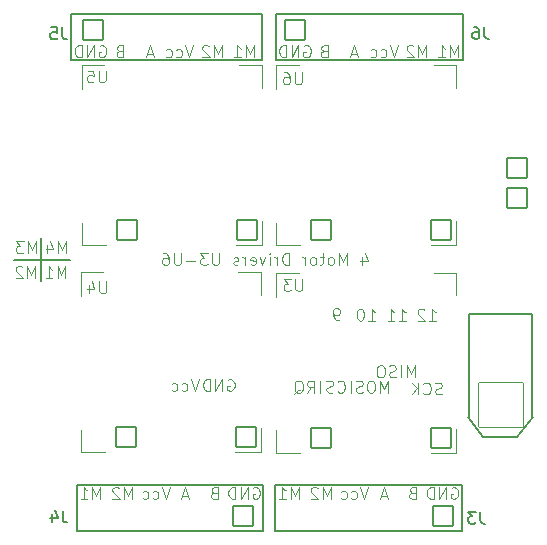
<source format=gbo>
G04 #@! TF.GenerationSoftware,KiCad,Pcbnew,7.0.5*
G04 #@! TF.CreationDate,2023-08-11T11:43:47-04:00*
G04 #@! TF.ProjectId,Tadpole,54616470-6f6c-4652-9e6b-696361645f70,rev?*
G04 #@! TF.SameCoordinates,Original*
G04 #@! TF.FileFunction,Legend,Bot*
G04 #@! TF.FilePolarity,Positive*
%FSLAX46Y46*%
G04 Gerber Fmt 4.6, Leading zero omitted, Abs format (unit mm)*
G04 Created by KiCad (PCBNEW 7.0.5) date 2023-08-11 11:43:47*
%MOMM*%
%LPD*%
G01*
G04 APERTURE LIST*
G04 Aperture macros list*
%AMRoundRect*
0 Rectangle with rounded corners*
0 $1 Rounding radius*
0 $2 $3 $4 $5 $6 $7 $8 $9 X,Y pos of 4 corners*
0 Add a 4 corners polygon primitive as box body*
4,1,4,$2,$3,$4,$5,$6,$7,$8,$9,$2,$3,0*
0 Add four circle primitives for the rounded corners*
1,1,$1+$1,$2,$3*
1,1,$1+$1,$4,$5*
1,1,$1+$1,$6,$7*
1,1,$1+$1,$8,$9*
0 Add four rect primitives between the rounded corners*
20,1,$1+$1,$2,$3,$4,$5,0*
20,1,$1+$1,$4,$5,$6,$7,0*
20,1,$1+$1,$6,$7,$8,$9,0*
20,1,$1+$1,$8,$9,$2,$3,0*%
G04 Aperture macros list end*
%ADD10C,0.150000*%
%ADD11C,0.125000*%
%ADD12C,0.100000*%
%ADD13O,1.800000X1.800000*%
%ADD14RoundRect,0.050000X0.850000X0.850000X-0.850000X0.850000X-0.850000X-0.850000X0.850000X-0.850000X0*%
%ADD15RoundRect,0.050000X0.850000X-0.850000X0.850000X0.850000X-0.850000X0.850000X-0.850000X-0.850000X0*%
%ADD16RoundRect,0.050000X-0.850000X0.850000X-0.850000X-0.850000X0.850000X-0.850000X0.850000X0.850000X0*%
%ADD17RoundRect,0.050000X1.900000X-1.900000X1.900000X1.900000X-1.900000X1.900000X-1.900000X-1.900000X0*%
%ADD18C,3.900000*%
%ADD19C,1.800000*%
G04 APERTURE END LIST*
D10*
X115700000Y-95850000D02*
X115700000Y-99500000D01*
X113400000Y-97750000D02*
X118150000Y-97750000D01*
D11*
X117759523Y-99271119D02*
X117759523Y-98271119D01*
X117759523Y-98271119D02*
X117426190Y-98985404D01*
X117426190Y-98985404D02*
X117092857Y-98271119D01*
X117092857Y-98271119D02*
X117092857Y-99271119D01*
X116092857Y-99271119D02*
X116664285Y-99271119D01*
X116378571Y-99271119D02*
X116378571Y-98271119D01*
X116378571Y-98271119D02*
X116473809Y-98413976D01*
X116473809Y-98413976D02*
X116569047Y-98509214D01*
X116569047Y-98509214D02*
X116664285Y-98556833D01*
X115209523Y-99271119D02*
X115209523Y-98271119D01*
X115209523Y-98271119D02*
X114876190Y-98985404D01*
X114876190Y-98985404D02*
X114542857Y-98271119D01*
X114542857Y-98271119D02*
X114542857Y-99271119D01*
X114114285Y-98366357D02*
X114066666Y-98318738D01*
X114066666Y-98318738D02*
X113971428Y-98271119D01*
X113971428Y-98271119D02*
X113733333Y-98271119D01*
X113733333Y-98271119D02*
X113638095Y-98318738D01*
X113638095Y-98318738D02*
X113590476Y-98366357D01*
X113590476Y-98366357D02*
X113542857Y-98461595D01*
X113542857Y-98461595D02*
X113542857Y-98556833D01*
X113542857Y-98556833D02*
X113590476Y-98699690D01*
X113590476Y-98699690D02*
X114161904Y-99271119D01*
X114161904Y-99271119D02*
X113542857Y-99271119D01*
X117809523Y-97171119D02*
X117809523Y-96171119D01*
X117809523Y-96171119D02*
X117476190Y-96885404D01*
X117476190Y-96885404D02*
X117142857Y-96171119D01*
X117142857Y-96171119D02*
X117142857Y-97171119D01*
X116238095Y-96504452D02*
X116238095Y-97171119D01*
X116476190Y-96123500D02*
X116714285Y-96837785D01*
X116714285Y-96837785D02*
X116095238Y-96837785D01*
X115259523Y-97171119D02*
X115259523Y-96171119D01*
X115259523Y-96171119D02*
X114926190Y-96885404D01*
X114926190Y-96885404D02*
X114592857Y-96171119D01*
X114592857Y-96171119D02*
X114592857Y-97171119D01*
X114211904Y-96171119D02*
X113592857Y-96171119D01*
X113592857Y-96171119D02*
X113926190Y-96552071D01*
X113926190Y-96552071D02*
X113783333Y-96552071D01*
X113783333Y-96552071D02*
X113688095Y-96599690D01*
X113688095Y-96599690D02*
X113640476Y-96647309D01*
X113640476Y-96647309D02*
X113592857Y-96742547D01*
X113592857Y-96742547D02*
X113592857Y-96980642D01*
X113592857Y-96980642D02*
X113640476Y-97075880D01*
X113640476Y-97075880D02*
X113688095Y-97123500D01*
X113688095Y-97123500D02*
X113783333Y-97171119D01*
X113783333Y-97171119D02*
X114069047Y-97171119D01*
X114069047Y-97171119D02*
X114164285Y-97123500D01*
X114164285Y-97123500D02*
X114211904Y-97075880D01*
X149635713Y-109073500D02*
X149492856Y-109121119D01*
X149492856Y-109121119D02*
X149254761Y-109121119D01*
X149254761Y-109121119D02*
X149159523Y-109073500D01*
X149159523Y-109073500D02*
X149111904Y-109025880D01*
X149111904Y-109025880D02*
X149064285Y-108930642D01*
X149064285Y-108930642D02*
X149064285Y-108835404D01*
X149064285Y-108835404D02*
X149111904Y-108740166D01*
X149111904Y-108740166D02*
X149159523Y-108692547D01*
X149159523Y-108692547D02*
X149254761Y-108644928D01*
X149254761Y-108644928D02*
X149445237Y-108597309D01*
X149445237Y-108597309D02*
X149540475Y-108549690D01*
X149540475Y-108549690D02*
X149588094Y-108502071D01*
X149588094Y-108502071D02*
X149635713Y-108406833D01*
X149635713Y-108406833D02*
X149635713Y-108311595D01*
X149635713Y-108311595D02*
X149588094Y-108216357D01*
X149588094Y-108216357D02*
X149540475Y-108168738D01*
X149540475Y-108168738D02*
X149445237Y-108121119D01*
X149445237Y-108121119D02*
X149207142Y-108121119D01*
X149207142Y-108121119D02*
X149064285Y-108168738D01*
X148064285Y-109025880D02*
X148111904Y-109073500D01*
X148111904Y-109073500D02*
X148254761Y-109121119D01*
X148254761Y-109121119D02*
X148349999Y-109121119D01*
X148349999Y-109121119D02*
X148492856Y-109073500D01*
X148492856Y-109073500D02*
X148588094Y-108978261D01*
X148588094Y-108978261D02*
X148635713Y-108883023D01*
X148635713Y-108883023D02*
X148683332Y-108692547D01*
X148683332Y-108692547D02*
X148683332Y-108549690D01*
X148683332Y-108549690D02*
X148635713Y-108359214D01*
X148635713Y-108359214D02*
X148588094Y-108263976D01*
X148588094Y-108263976D02*
X148492856Y-108168738D01*
X148492856Y-108168738D02*
X148349999Y-108121119D01*
X148349999Y-108121119D02*
X148254761Y-108121119D01*
X148254761Y-108121119D02*
X148111904Y-108168738D01*
X148111904Y-108168738D02*
X148064285Y-108216357D01*
X147635713Y-109121119D02*
X147635713Y-108121119D01*
X147064285Y-109121119D02*
X147492856Y-108549690D01*
X147064285Y-108121119D02*
X147635713Y-108692547D01*
X147321427Y-107671119D02*
X147321427Y-106671119D01*
X147321427Y-106671119D02*
X146988094Y-107385404D01*
X146988094Y-107385404D02*
X146654761Y-106671119D01*
X146654761Y-106671119D02*
X146654761Y-107671119D01*
X146178570Y-107671119D02*
X146178570Y-106671119D01*
X145749999Y-107623500D02*
X145607142Y-107671119D01*
X145607142Y-107671119D02*
X145369047Y-107671119D01*
X145369047Y-107671119D02*
X145273809Y-107623500D01*
X145273809Y-107623500D02*
X145226190Y-107575880D01*
X145226190Y-107575880D02*
X145178571Y-107480642D01*
X145178571Y-107480642D02*
X145178571Y-107385404D01*
X145178571Y-107385404D02*
X145226190Y-107290166D01*
X145226190Y-107290166D02*
X145273809Y-107242547D01*
X145273809Y-107242547D02*
X145369047Y-107194928D01*
X145369047Y-107194928D02*
X145559523Y-107147309D01*
X145559523Y-107147309D02*
X145654761Y-107099690D01*
X145654761Y-107099690D02*
X145702380Y-107052071D01*
X145702380Y-107052071D02*
X145749999Y-106956833D01*
X145749999Y-106956833D02*
X145749999Y-106861595D01*
X145749999Y-106861595D02*
X145702380Y-106766357D01*
X145702380Y-106766357D02*
X145654761Y-106718738D01*
X145654761Y-106718738D02*
X145559523Y-106671119D01*
X145559523Y-106671119D02*
X145321428Y-106671119D01*
X145321428Y-106671119D02*
X145178571Y-106718738D01*
X144559523Y-106671119D02*
X144369047Y-106671119D01*
X144369047Y-106671119D02*
X144273809Y-106718738D01*
X144273809Y-106718738D02*
X144178571Y-106813976D01*
X144178571Y-106813976D02*
X144130952Y-107004452D01*
X144130952Y-107004452D02*
X144130952Y-107337785D01*
X144130952Y-107337785D02*
X144178571Y-107528261D01*
X144178571Y-107528261D02*
X144273809Y-107623500D01*
X144273809Y-107623500D02*
X144369047Y-107671119D01*
X144369047Y-107671119D02*
X144559523Y-107671119D01*
X144559523Y-107671119D02*
X144654761Y-107623500D01*
X144654761Y-107623500D02*
X144749999Y-107528261D01*
X144749999Y-107528261D02*
X144797618Y-107337785D01*
X144797618Y-107337785D02*
X144797618Y-107004452D01*
X144797618Y-107004452D02*
X144749999Y-106813976D01*
X144749999Y-106813976D02*
X144654761Y-106718738D01*
X144654761Y-106718738D02*
X144559523Y-106671119D01*
X145071427Y-108971119D02*
X145071427Y-107971119D01*
X145071427Y-107971119D02*
X144738094Y-108685404D01*
X144738094Y-108685404D02*
X144404761Y-107971119D01*
X144404761Y-107971119D02*
X144404761Y-108971119D01*
X143738094Y-107971119D02*
X143547618Y-107971119D01*
X143547618Y-107971119D02*
X143452380Y-108018738D01*
X143452380Y-108018738D02*
X143357142Y-108113976D01*
X143357142Y-108113976D02*
X143309523Y-108304452D01*
X143309523Y-108304452D02*
X143309523Y-108637785D01*
X143309523Y-108637785D02*
X143357142Y-108828261D01*
X143357142Y-108828261D02*
X143452380Y-108923500D01*
X143452380Y-108923500D02*
X143547618Y-108971119D01*
X143547618Y-108971119D02*
X143738094Y-108971119D01*
X143738094Y-108971119D02*
X143833332Y-108923500D01*
X143833332Y-108923500D02*
X143928570Y-108828261D01*
X143928570Y-108828261D02*
X143976189Y-108637785D01*
X143976189Y-108637785D02*
X143976189Y-108304452D01*
X143976189Y-108304452D02*
X143928570Y-108113976D01*
X143928570Y-108113976D02*
X143833332Y-108018738D01*
X143833332Y-108018738D02*
X143738094Y-107971119D01*
X142928570Y-108923500D02*
X142785713Y-108971119D01*
X142785713Y-108971119D02*
X142547618Y-108971119D01*
X142547618Y-108971119D02*
X142452380Y-108923500D01*
X142452380Y-108923500D02*
X142404761Y-108875880D01*
X142404761Y-108875880D02*
X142357142Y-108780642D01*
X142357142Y-108780642D02*
X142357142Y-108685404D01*
X142357142Y-108685404D02*
X142404761Y-108590166D01*
X142404761Y-108590166D02*
X142452380Y-108542547D01*
X142452380Y-108542547D02*
X142547618Y-108494928D01*
X142547618Y-108494928D02*
X142738094Y-108447309D01*
X142738094Y-108447309D02*
X142833332Y-108399690D01*
X142833332Y-108399690D02*
X142880951Y-108352071D01*
X142880951Y-108352071D02*
X142928570Y-108256833D01*
X142928570Y-108256833D02*
X142928570Y-108161595D01*
X142928570Y-108161595D02*
X142880951Y-108066357D01*
X142880951Y-108066357D02*
X142833332Y-108018738D01*
X142833332Y-108018738D02*
X142738094Y-107971119D01*
X142738094Y-107971119D02*
X142499999Y-107971119D01*
X142499999Y-107971119D02*
X142357142Y-108018738D01*
X141928570Y-108971119D02*
X141928570Y-107971119D01*
X140816666Y-108875880D02*
X140864285Y-108923500D01*
X140864285Y-108923500D02*
X141007142Y-108971119D01*
X141007142Y-108971119D02*
X141102380Y-108971119D01*
X141102380Y-108971119D02*
X141245237Y-108923500D01*
X141245237Y-108923500D02*
X141340475Y-108828261D01*
X141340475Y-108828261D02*
X141388094Y-108733023D01*
X141388094Y-108733023D02*
X141435713Y-108542547D01*
X141435713Y-108542547D02*
X141435713Y-108399690D01*
X141435713Y-108399690D02*
X141388094Y-108209214D01*
X141388094Y-108209214D02*
X141340475Y-108113976D01*
X141340475Y-108113976D02*
X141245237Y-108018738D01*
X141245237Y-108018738D02*
X141102380Y-107971119D01*
X141102380Y-107971119D02*
X141007142Y-107971119D01*
X141007142Y-107971119D02*
X140864285Y-108018738D01*
X140864285Y-108018738D02*
X140816666Y-108066357D01*
X140435713Y-108923500D02*
X140292856Y-108971119D01*
X140292856Y-108971119D02*
X140054761Y-108971119D01*
X140054761Y-108971119D02*
X139959523Y-108923500D01*
X139959523Y-108923500D02*
X139911904Y-108875880D01*
X139911904Y-108875880D02*
X139864285Y-108780642D01*
X139864285Y-108780642D02*
X139864285Y-108685404D01*
X139864285Y-108685404D02*
X139911904Y-108590166D01*
X139911904Y-108590166D02*
X139959523Y-108542547D01*
X139959523Y-108542547D02*
X140054761Y-108494928D01*
X140054761Y-108494928D02*
X140245237Y-108447309D01*
X140245237Y-108447309D02*
X140340475Y-108399690D01*
X140340475Y-108399690D02*
X140388094Y-108352071D01*
X140388094Y-108352071D02*
X140435713Y-108256833D01*
X140435713Y-108256833D02*
X140435713Y-108161595D01*
X140435713Y-108161595D02*
X140388094Y-108066357D01*
X140388094Y-108066357D02*
X140340475Y-108018738D01*
X140340475Y-108018738D02*
X140245237Y-107971119D01*
X140245237Y-107971119D02*
X140007142Y-107971119D01*
X140007142Y-107971119D02*
X139864285Y-108018738D01*
X139273808Y-108971119D02*
X139273808Y-107971119D01*
X138226190Y-108971119D02*
X138559523Y-108494928D01*
X138797618Y-108971119D02*
X138797618Y-107971119D01*
X138797618Y-107971119D02*
X138416666Y-107971119D01*
X138416666Y-107971119D02*
X138321428Y-108018738D01*
X138321428Y-108018738D02*
X138273809Y-108066357D01*
X138273809Y-108066357D02*
X138226190Y-108161595D01*
X138226190Y-108161595D02*
X138226190Y-108304452D01*
X138226190Y-108304452D02*
X138273809Y-108399690D01*
X138273809Y-108399690D02*
X138321428Y-108447309D01*
X138321428Y-108447309D02*
X138416666Y-108494928D01*
X138416666Y-108494928D02*
X138797618Y-108494928D01*
X137130952Y-109066357D02*
X137226190Y-109018738D01*
X137226190Y-109018738D02*
X137321428Y-108923500D01*
X137321428Y-108923500D02*
X137464285Y-108780642D01*
X137464285Y-108780642D02*
X137559523Y-108733023D01*
X137559523Y-108733023D02*
X137654761Y-108733023D01*
X137607142Y-108971119D02*
X137702380Y-108923500D01*
X137702380Y-108923500D02*
X137797618Y-108828261D01*
X137797618Y-108828261D02*
X137845237Y-108637785D01*
X137845237Y-108637785D02*
X137845237Y-108304452D01*
X137845237Y-108304452D02*
X137797618Y-108113976D01*
X137797618Y-108113976D02*
X137702380Y-108018738D01*
X137702380Y-108018738D02*
X137607142Y-107971119D01*
X137607142Y-107971119D02*
X137416666Y-107971119D01*
X137416666Y-107971119D02*
X137321428Y-108018738D01*
X137321428Y-108018738D02*
X137226190Y-108113976D01*
X137226190Y-108113976D02*
X137178571Y-108304452D01*
X137178571Y-108304452D02*
X137178571Y-108637785D01*
X137178571Y-108637785D02*
X137226190Y-108828261D01*
X137226190Y-108828261D02*
X137321428Y-108923500D01*
X137321428Y-108923500D02*
X137416666Y-108971119D01*
X137416666Y-108971119D02*
X137607142Y-108971119D01*
X131511904Y-107868738D02*
X131607142Y-107821119D01*
X131607142Y-107821119D02*
X131749999Y-107821119D01*
X131749999Y-107821119D02*
X131892856Y-107868738D01*
X131892856Y-107868738D02*
X131988094Y-107963976D01*
X131988094Y-107963976D02*
X132035713Y-108059214D01*
X132035713Y-108059214D02*
X132083332Y-108249690D01*
X132083332Y-108249690D02*
X132083332Y-108392547D01*
X132083332Y-108392547D02*
X132035713Y-108583023D01*
X132035713Y-108583023D02*
X131988094Y-108678261D01*
X131988094Y-108678261D02*
X131892856Y-108773500D01*
X131892856Y-108773500D02*
X131749999Y-108821119D01*
X131749999Y-108821119D02*
X131654761Y-108821119D01*
X131654761Y-108821119D02*
X131511904Y-108773500D01*
X131511904Y-108773500D02*
X131464285Y-108725880D01*
X131464285Y-108725880D02*
X131464285Y-108392547D01*
X131464285Y-108392547D02*
X131654761Y-108392547D01*
X131035713Y-108821119D02*
X131035713Y-107821119D01*
X131035713Y-107821119D02*
X130464285Y-108821119D01*
X130464285Y-108821119D02*
X130464285Y-107821119D01*
X129988094Y-108821119D02*
X129988094Y-107821119D01*
X129988094Y-107821119D02*
X129749999Y-107821119D01*
X129749999Y-107821119D02*
X129607142Y-107868738D01*
X129607142Y-107868738D02*
X129511904Y-107963976D01*
X129511904Y-107963976D02*
X129464285Y-108059214D01*
X129464285Y-108059214D02*
X129416666Y-108249690D01*
X129416666Y-108249690D02*
X129416666Y-108392547D01*
X129416666Y-108392547D02*
X129464285Y-108583023D01*
X129464285Y-108583023D02*
X129511904Y-108678261D01*
X129511904Y-108678261D02*
X129607142Y-108773500D01*
X129607142Y-108773500D02*
X129749999Y-108821119D01*
X129749999Y-108821119D02*
X129988094Y-108821119D01*
X129040475Y-107821119D02*
X128707142Y-108821119D01*
X128707142Y-108821119D02*
X128373809Y-107821119D01*
X127611904Y-108773500D02*
X127707142Y-108821119D01*
X127707142Y-108821119D02*
X127897618Y-108821119D01*
X127897618Y-108821119D02*
X127992856Y-108773500D01*
X127992856Y-108773500D02*
X128040475Y-108725880D01*
X128040475Y-108725880D02*
X128088094Y-108630642D01*
X128088094Y-108630642D02*
X128088094Y-108344928D01*
X128088094Y-108344928D02*
X128040475Y-108249690D01*
X128040475Y-108249690D02*
X127992856Y-108202071D01*
X127992856Y-108202071D02*
X127897618Y-108154452D01*
X127897618Y-108154452D02*
X127707142Y-108154452D01*
X127707142Y-108154452D02*
X127611904Y-108202071D01*
X126754761Y-108773500D02*
X126849999Y-108821119D01*
X126849999Y-108821119D02*
X127040475Y-108821119D01*
X127040475Y-108821119D02*
X127135713Y-108773500D01*
X127135713Y-108773500D02*
X127183332Y-108725880D01*
X127183332Y-108725880D02*
X127230951Y-108630642D01*
X127230951Y-108630642D02*
X127230951Y-108344928D01*
X127230951Y-108344928D02*
X127183332Y-108249690D01*
X127183332Y-108249690D02*
X127135713Y-108202071D01*
X127135713Y-108202071D02*
X127040475Y-108154452D01*
X127040475Y-108154452D02*
X126849999Y-108154452D01*
X126849999Y-108154452D02*
X126754761Y-108202071D01*
X148540476Y-102868119D02*
X149111904Y-102868119D01*
X148826190Y-102868119D02*
X148826190Y-101868119D01*
X148826190Y-101868119D02*
X148921428Y-102010976D01*
X148921428Y-102010976D02*
X149016666Y-102106214D01*
X149016666Y-102106214D02*
X149111904Y-102153833D01*
X148159523Y-101963357D02*
X148111904Y-101915738D01*
X148111904Y-101915738D02*
X148016666Y-101868119D01*
X148016666Y-101868119D02*
X147778571Y-101868119D01*
X147778571Y-101868119D02*
X147683333Y-101915738D01*
X147683333Y-101915738D02*
X147635714Y-101963357D01*
X147635714Y-101963357D02*
X147588095Y-102058595D01*
X147588095Y-102058595D02*
X147588095Y-102153833D01*
X147588095Y-102153833D02*
X147635714Y-102296690D01*
X147635714Y-102296690D02*
X148207142Y-102868119D01*
X148207142Y-102868119D02*
X147588095Y-102868119D01*
X140890475Y-102821119D02*
X140699999Y-102821119D01*
X140699999Y-102821119D02*
X140604761Y-102773500D01*
X140604761Y-102773500D02*
X140557142Y-102725880D01*
X140557142Y-102725880D02*
X140461904Y-102583023D01*
X140461904Y-102583023D02*
X140414285Y-102392547D01*
X140414285Y-102392547D02*
X140414285Y-102011595D01*
X140414285Y-102011595D02*
X140461904Y-101916357D01*
X140461904Y-101916357D02*
X140509523Y-101868738D01*
X140509523Y-101868738D02*
X140604761Y-101821119D01*
X140604761Y-101821119D02*
X140795237Y-101821119D01*
X140795237Y-101821119D02*
X140890475Y-101868738D01*
X140890475Y-101868738D02*
X140938094Y-101916357D01*
X140938094Y-101916357D02*
X140985713Y-102011595D01*
X140985713Y-102011595D02*
X140985713Y-102249690D01*
X140985713Y-102249690D02*
X140938094Y-102344928D01*
X140938094Y-102344928D02*
X140890475Y-102392547D01*
X140890475Y-102392547D02*
X140795237Y-102440166D01*
X140795237Y-102440166D02*
X140604761Y-102440166D01*
X140604761Y-102440166D02*
X140509523Y-102392547D01*
X140509523Y-102392547D02*
X140461904Y-102344928D01*
X140461904Y-102344928D02*
X140414285Y-102249690D01*
X143390476Y-102868119D02*
X143961904Y-102868119D01*
X143676190Y-102868119D02*
X143676190Y-101868119D01*
X143676190Y-101868119D02*
X143771428Y-102010976D01*
X143771428Y-102010976D02*
X143866666Y-102106214D01*
X143866666Y-102106214D02*
X143961904Y-102153833D01*
X142771428Y-101868119D02*
X142676190Y-101868119D01*
X142676190Y-101868119D02*
X142580952Y-101915738D01*
X142580952Y-101915738D02*
X142533333Y-101963357D01*
X142533333Y-101963357D02*
X142485714Y-102058595D01*
X142485714Y-102058595D02*
X142438095Y-102249071D01*
X142438095Y-102249071D02*
X142438095Y-102487166D01*
X142438095Y-102487166D02*
X142485714Y-102677642D01*
X142485714Y-102677642D02*
X142533333Y-102772880D01*
X142533333Y-102772880D02*
X142580952Y-102820500D01*
X142580952Y-102820500D02*
X142676190Y-102868119D01*
X142676190Y-102868119D02*
X142771428Y-102868119D01*
X142771428Y-102868119D02*
X142866666Y-102820500D01*
X142866666Y-102820500D02*
X142914285Y-102772880D01*
X142914285Y-102772880D02*
X142961904Y-102677642D01*
X142961904Y-102677642D02*
X143009523Y-102487166D01*
X143009523Y-102487166D02*
X143009523Y-102249071D01*
X143009523Y-102249071D02*
X142961904Y-102058595D01*
X142961904Y-102058595D02*
X142914285Y-101963357D01*
X142914285Y-101963357D02*
X142866666Y-101915738D01*
X142866666Y-101915738D02*
X142771428Y-101868119D01*
X145990476Y-102868119D02*
X146561904Y-102868119D01*
X146276190Y-102868119D02*
X146276190Y-101868119D01*
X146276190Y-101868119D02*
X146371428Y-102010976D01*
X146371428Y-102010976D02*
X146466666Y-102106214D01*
X146466666Y-102106214D02*
X146561904Y-102153833D01*
X145038095Y-102868119D02*
X145609523Y-102868119D01*
X145323809Y-102868119D02*
X145323809Y-101868119D01*
X145323809Y-101868119D02*
X145419047Y-102010976D01*
X145419047Y-102010976D02*
X145514285Y-102106214D01*
X145514285Y-102106214D02*
X145609523Y-102153833D01*
D10*
X135500000Y-116800000D02*
X151300000Y-116800000D01*
X151300000Y-120700000D01*
X135500000Y-120700000D01*
X135500000Y-116800000D01*
D11*
X140205656Y-117971119D02*
X140205656Y-116971119D01*
X140205656Y-116971119D02*
X139872323Y-117685404D01*
X139872323Y-117685404D02*
X139538990Y-116971119D01*
X139538990Y-116971119D02*
X139538990Y-117971119D01*
X139110418Y-117066357D02*
X139062799Y-117018738D01*
X139062799Y-117018738D02*
X138967561Y-116971119D01*
X138967561Y-116971119D02*
X138729466Y-116971119D01*
X138729466Y-116971119D02*
X138634228Y-117018738D01*
X138634228Y-117018738D02*
X138586609Y-117066357D01*
X138586609Y-117066357D02*
X138538990Y-117161595D01*
X138538990Y-117161595D02*
X138538990Y-117256833D01*
X138538990Y-117256833D02*
X138586609Y-117399690D01*
X138586609Y-117399690D02*
X139158037Y-117971119D01*
X139158037Y-117971119D02*
X138538990Y-117971119D01*
X144938094Y-117685404D02*
X144461904Y-117685404D01*
X145033332Y-117971119D02*
X144699999Y-116971119D01*
X144699999Y-116971119D02*
X144366666Y-117971119D01*
X143390475Y-116971119D02*
X143057142Y-117971119D01*
X143057142Y-117971119D02*
X142723809Y-116971119D01*
X141961904Y-117923500D02*
X142057142Y-117971119D01*
X142057142Y-117971119D02*
X142247618Y-117971119D01*
X142247618Y-117971119D02*
X142342856Y-117923500D01*
X142342856Y-117923500D02*
X142390475Y-117875880D01*
X142390475Y-117875880D02*
X142438094Y-117780642D01*
X142438094Y-117780642D02*
X142438094Y-117494928D01*
X142438094Y-117494928D02*
X142390475Y-117399690D01*
X142390475Y-117399690D02*
X142342856Y-117352071D01*
X142342856Y-117352071D02*
X142247618Y-117304452D01*
X142247618Y-117304452D02*
X142057142Y-117304452D01*
X142057142Y-117304452D02*
X141961904Y-117352071D01*
X141104761Y-117923500D02*
X141199999Y-117971119D01*
X141199999Y-117971119D02*
X141390475Y-117971119D01*
X141390475Y-117971119D02*
X141485713Y-117923500D01*
X141485713Y-117923500D02*
X141533332Y-117875880D01*
X141533332Y-117875880D02*
X141580951Y-117780642D01*
X141580951Y-117780642D02*
X141580951Y-117494928D01*
X141580951Y-117494928D02*
X141533332Y-117399690D01*
X141533332Y-117399690D02*
X141485713Y-117352071D01*
X141485713Y-117352071D02*
X141390475Y-117304452D01*
X141390475Y-117304452D02*
X141199999Y-117304452D01*
X141199999Y-117304452D02*
X141104761Y-117352071D01*
X137509523Y-117971119D02*
X137509523Y-116971119D01*
X137509523Y-116971119D02*
X137176190Y-117685404D01*
X137176190Y-117685404D02*
X136842857Y-116971119D01*
X136842857Y-116971119D02*
X136842857Y-117971119D01*
X135842857Y-117971119D02*
X136414285Y-117971119D01*
X136128571Y-117971119D02*
X136128571Y-116971119D01*
X136128571Y-116971119D02*
X136223809Y-117113976D01*
X136223809Y-117113976D02*
X136319047Y-117209214D01*
X136319047Y-117209214D02*
X136414285Y-117256833D01*
X147128571Y-117447309D02*
X146985714Y-117494928D01*
X146985714Y-117494928D02*
X146938095Y-117542547D01*
X146938095Y-117542547D02*
X146890476Y-117637785D01*
X146890476Y-117637785D02*
X146890476Y-117780642D01*
X146890476Y-117780642D02*
X146938095Y-117875880D01*
X146938095Y-117875880D02*
X146985714Y-117923500D01*
X146985714Y-117923500D02*
X147080952Y-117971119D01*
X147080952Y-117971119D02*
X147461904Y-117971119D01*
X147461904Y-117971119D02*
X147461904Y-116971119D01*
X147461904Y-116971119D02*
X147128571Y-116971119D01*
X147128571Y-116971119D02*
X147033333Y-117018738D01*
X147033333Y-117018738D02*
X146985714Y-117066357D01*
X146985714Y-117066357D02*
X146938095Y-117161595D01*
X146938095Y-117161595D02*
X146938095Y-117256833D01*
X146938095Y-117256833D02*
X146985714Y-117352071D01*
X146985714Y-117352071D02*
X147033333Y-117399690D01*
X147033333Y-117399690D02*
X147128571Y-117447309D01*
X147128571Y-117447309D02*
X147461904Y-117447309D01*
X150461904Y-117018738D02*
X150557142Y-116971119D01*
X150557142Y-116971119D02*
X150699999Y-116971119D01*
X150699999Y-116971119D02*
X150842856Y-117018738D01*
X150842856Y-117018738D02*
X150938094Y-117113976D01*
X150938094Y-117113976D02*
X150985713Y-117209214D01*
X150985713Y-117209214D02*
X151033332Y-117399690D01*
X151033332Y-117399690D02*
X151033332Y-117542547D01*
X151033332Y-117542547D02*
X150985713Y-117733023D01*
X150985713Y-117733023D02*
X150938094Y-117828261D01*
X150938094Y-117828261D02*
X150842856Y-117923500D01*
X150842856Y-117923500D02*
X150699999Y-117971119D01*
X150699999Y-117971119D02*
X150604761Y-117971119D01*
X150604761Y-117971119D02*
X150461904Y-117923500D01*
X150461904Y-117923500D02*
X150414285Y-117875880D01*
X150414285Y-117875880D02*
X150414285Y-117542547D01*
X150414285Y-117542547D02*
X150604761Y-117542547D01*
X149985713Y-117971119D02*
X149985713Y-116971119D01*
X149985713Y-116971119D02*
X149414285Y-117971119D01*
X149414285Y-117971119D02*
X149414285Y-116971119D01*
X148938094Y-117971119D02*
X148938094Y-116971119D01*
X148938094Y-116971119D02*
X148699999Y-116971119D01*
X148699999Y-116971119D02*
X148557142Y-117018738D01*
X148557142Y-117018738D02*
X148461904Y-117113976D01*
X148461904Y-117113976D02*
X148414285Y-117209214D01*
X148414285Y-117209214D02*
X148366666Y-117399690D01*
X148366666Y-117399690D02*
X148366666Y-117542547D01*
X148366666Y-117542547D02*
X148414285Y-117733023D01*
X148414285Y-117733023D02*
X148461904Y-117828261D01*
X148461904Y-117828261D02*
X148557142Y-117923500D01*
X148557142Y-117923500D02*
X148699999Y-117971119D01*
X148699999Y-117971119D02*
X148938094Y-117971119D01*
D10*
X118700000Y-116800000D02*
X134500000Y-116800000D01*
X134500000Y-120700000D01*
X118700000Y-120700000D01*
X118700000Y-116800000D01*
D11*
X123405656Y-117971119D02*
X123405656Y-116971119D01*
X123405656Y-116971119D02*
X123072323Y-117685404D01*
X123072323Y-117685404D02*
X122738990Y-116971119D01*
X122738990Y-116971119D02*
X122738990Y-117971119D01*
X122310418Y-117066357D02*
X122262799Y-117018738D01*
X122262799Y-117018738D02*
X122167561Y-116971119D01*
X122167561Y-116971119D02*
X121929466Y-116971119D01*
X121929466Y-116971119D02*
X121834228Y-117018738D01*
X121834228Y-117018738D02*
X121786609Y-117066357D01*
X121786609Y-117066357D02*
X121738990Y-117161595D01*
X121738990Y-117161595D02*
X121738990Y-117256833D01*
X121738990Y-117256833D02*
X121786609Y-117399690D01*
X121786609Y-117399690D02*
X122358037Y-117971119D01*
X122358037Y-117971119D02*
X121738990Y-117971119D01*
X120709523Y-117971119D02*
X120709523Y-116971119D01*
X120709523Y-116971119D02*
X120376190Y-117685404D01*
X120376190Y-117685404D02*
X120042857Y-116971119D01*
X120042857Y-116971119D02*
X120042857Y-117971119D01*
X119042857Y-117971119D02*
X119614285Y-117971119D01*
X119328571Y-117971119D02*
X119328571Y-116971119D01*
X119328571Y-116971119D02*
X119423809Y-117113976D01*
X119423809Y-117113976D02*
X119519047Y-117209214D01*
X119519047Y-117209214D02*
X119614285Y-117256833D01*
X130328571Y-117447309D02*
X130185714Y-117494928D01*
X130185714Y-117494928D02*
X130138095Y-117542547D01*
X130138095Y-117542547D02*
X130090476Y-117637785D01*
X130090476Y-117637785D02*
X130090476Y-117780642D01*
X130090476Y-117780642D02*
X130138095Y-117875880D01*
X130138095Y-117875880D02*
X130185714Y-117923500D01*
X130185714Y-117923500D02*
X130280952Y-117971119D01*
X130280952Y-117971119D02*
X130661904Y-117971119D01*
X130661904Y-117971119D02*
X130661904Y-116971119D01*
X130661904Y-116971119D02*
X130328571Y-116971119D01*
X130328571Y-116971119D02*
X130233333Y-117018738D01*
X130233333Y-117018738D02*
X130185714Y-117066357D01*
X130185714Y-117066357D02*
X130138095Y-117161595D01*
X130138095Y-117161595D02*
X130138095Y-117256833D01*
X130138095Y-117256833D02*
X130185714Y-117352071D01*
X130185714Y-117352071D02*
X130233333Y-117399690D01*
X130233333Y-117399690D02*
X130328571Y-117447309D01*
X130328571Y-117447309D02*
X130661904Y-117447309D01*
X133661904Y-117018738D02*
X133757142Y-116971119D01*
X133757142Y-116971119D02*
X133899999Y-116971119D01*
X133899999Y-116971119D02*
X134042856Y-117018738D01*
X134042856Y-117018738D02*
X134138094Y-117113976D01*
X134138094Y-117113976D02*
X134185713Y-117209214D01*
X134185713Y-117209214D02*
X134233332Y-117399690D01*
X134233332Y-117399690D02*
X134233332Y-117542547D01*
X134233332Y-117542547D02*
X134185713Y-117733023D01*
X134185713Y-117733023D02*
X134138094Y-117828261D01*
X134138094Y-117828261D02*
X134042856Y-117923500D01*
X134042856Y-117923500D02*
X133899999Y-117971119D01*
X133899999Y-117971119D02*
X133804761Y-117971119D01*
X133804761Y-117971119D02*
X133661904Y-117923500D01*
X133661904Y-117923500D02*
X133614285Y-117875880D01*
X133614285Y-117875880D02*
X133614285Y-117542547D01*
X133614285Y-117542547D02*
X133804761Y-117542547D01*
X133185713Y-117971119D02*
X133185713Y-116971119D01*
X133185713Y-116971119D02*
X132614285Y-117971119D01*
X132614285Y-117971119D02*
X132614285Y-116971119D01*
X132138094Y-117971119D02*
X132138094Y-116971119D01*
X132138094Y-116971119D02*
X131899999Y-116971119D01*
X131899999Y-116971119D02*
X131757142Y-117018738D01*
X131757142Y-117018738D02*
X131661904Y-117113976D01*
X131661904Y-117113976D02*
X131614285Y-117209214D01*
X131614285Y-117209214D02*
X131566666Y-117399690D01*
X131566666Y-117399690D02*
X131566666Y-117542547D01*
X131566666Y-117542547D02*
X131614285Y-117733023D01*
X131614285Y-117733023D02*
X131661904Y-117828261D01*
X131661904Y-117828261D02*
X131757142Y-117923500D01*
X131757142Y-117923500D02*
X131899999Y-117971119D01*
X131899999Y-117971119D02*
X132138094Y-117971119D01*
X126590475Y-116971119D02*
X126257142Y-117971119D01*
X126257142Y-117971119D02*
X125923809Y-116971119D01*
X125161904Y-117923500D02*
X125257142Y-117971119D01*
X125257142Y-117971119D02*
X125447618Y-117971119D01*
X125447618Y-117971119D02*
X125542856Y-117923500D01*
X125542856Y-117923500D02*
X125590475Y-117875880D01*
X125590475Y-117875880D02*
X125638094Y-117780642D01*
X125638094Y-117780642D02*
X125638094Y-117494928D01*
X125638094Y-117494928D02*
X125590475Y-117399690D01*
X125590475Y-117399690D02*
X125542856Y-117352071D01*
X125542856Y-117352071D02*
X125447618Y-117304452D01*
X125447618Y-117304452D02*
X125257142Y-117304452D01*
X125257142Y-117304452D02*
X125161904Y-117352071D01*
X124304761Y-117923500D02*
X124399999Y-117971119D01*
X124399999Y-117971119D02*
X124590475Y-117971119D01*
X124590475Y-117971119D02*
X124685713Y-117923500D01*
X124685713Y-117923500D02*
X124733332Y-117875880D01*
X124733332Y-117875880D02*
X124780951Y-117780642D01*
X124780951Y-117780642D02*
X124780951Y-117494928D01*
X124780951Y-117494928D02*
X124733332Y-117399690D01*
X124733332Y-117399690D02*
X124685713Y-117352071D01*
X124685713Y-117352071D02*
X124590475Y-117304452D01*
X124590475Y-117304452D02*
X124399999Y-117304452D01*
X124399999Y-117304452D02*
X124304761Y-117352071D01*
X128138094Y-117685404D02*
X127661904Y-117685404D01*
X128233332Y-117971119D02*
X127899999Y-116971119D01*
X127899999Y-116971119D02*
X127566666Y-117971119D01*
D10*
X135600000Y-76900000D02*
X151400000Y-76900000D01*
X151400000Y-80800000D01*
X135600000Y-80800000D01*
X135600000Y-76900000D01*
X118200000Y-76900000D02*
X134400000Y-76900000D01*
X134400000Y-80800000D01*
X118200000Y-80800000D01*
X118200000Y-76900000D01*
D11*
X120658037Y-79618738D02*
X120753275Y-79571119D01*
X120753275Y-79571119D02*
X120896132Y-79571119D01*
X120896132Y-79571119D02*
X121038989Y-79618738D01*
X121038989Y-79618738D02*
X121134227Y-79713976D01*
X121134227Y-79713976D02*
X121181846Y-79809214D01*
X121181846Y-79809214D02*
X121229465Y-79999690D01*
X121229465Y-79999690D02*
X121229465Y-80142547D01*
X121229465Y-80142547D02*
X121181846Y-80333023D01*
X121181846Y-80333023D02*
X121134227Y-80428261D01*
X121134227Y-80428261D02*
X121038989Y-80523500D01*
X121038989Y-80523500D02*
X120896132Y-80571119D01*
X120896132Y-80571119D02*
X120800894Y-80571119D01*
X120800894Y-80571119D02*
X120658037Y-80523500D01*
X120658037Y-80523500D02*
X120610418Y-80475880D01*
X120610418Y-80475880D02*
X120610418Y-80142547D01*
X120610418Y-80142547D02*
X120800894Y-80142547D01*
X120181846Y-80571119D02*
X120181846Y-79571119D01*
X120181846Y-79571119D02*
X119610418Y-80571119D01*
X119610418Y-80571119D02*
X119610418Y-79571119D01*
X119134227Y-80571119D02*
X119134227Y-79571119D01*
X119134227Y-79571119D02*
X118896132Y-79571119D01*
X118896132Y-79571119D02*
X118753275Y-79618738D01*
X118753275Y-79618738D02*
X118658037Y-79713976D01*
X118658037Y-79713976D02*
X118610418Y-79809214D01*
X118610418Y-79809214D02*
X118562799Y-79999690D01*
X118562799Y-79999690D02*
X118562799Y-80142547D01*
X118562799Y-80142547D02*
X118610418Y-80333023D01*
X118610418Y-80333023D02*
X118658037Y-80428261D01*
X118658037Y-80428261D02*
X118753275Y-80523500D01*
X118753275Y-80523500D02*
X118896132Y-80571119D01*
X118896132Y-80571119D02*
X119134227Y-80571119D01*
X128586608Y-79571119D02*
X128253275Y-80571119D01*
X128253275Y-80571119D02*
X127919942Y-79571119D01*
X127158037Y-80523500D02*
X127253275Y-80571119D01*
X127253275Y-80571119D02*
X127443751Y-80571119D01*
X127443751Y-80571119D02*
X127538989Y-80523500D01*
X127538989Y-80523500D02*
X127586608Y-80475880D01*
X127586608Y-80475880D02*
X127634227Y-80380642D01*
X127634227Y-80380642D02*
X127634227Y-80094928D01*
X127634227Y-80094928D02*
X127586608Y-79999690D01*
X127586608Y-79999690D02*
X127538989Y-79952071D01*
X127538989Y-79952071D02*
X127443751Y-79904452D01*
X127443751Y-79904452D02*
X127253275Y-79904452D01*
X127253275Y-79904452D02*
X127158037Y-79952071D01*
X126300894Y-80523500D02*
X126396132Y-80571119D01*
X126396132Y-80571119D02*
X126586608Y-80571119D01*
X126586608Y-80571119D02*
X126681846Y-80523500D01*
X126681846Y-80523500D02*
X126729465Y-80475880D01*
X126729465Y-80475880D02*
X126777084Y-80380642D01*
X126777084Y-80380642D02*
X126777084Y-80094928D01*
X126777084Y-80094928D02*
X126729465Y-79999690D01*
X126729465Y-79999690D02*
X126681846Y-79952071D01*
X126681846Y-79952071D02*
X126586608Y-79904452D01*
X126586608Y-79904452D02*
X126396132Y-79904452D01*
X126396132Y-79904452D02*
X126300894Y-79952071D01*
X131009523Y-80571119D02*
X131009523Y-79571119D01*
X131009523Y-79571119D02*
X130676190Y-80285404D01*
X130676190Y-80285404D02*
X130342857Y-79571119D01*
X130342857Y-79571119D02*
X130342857Y-80571119D01*
X129914285Y-79666357D02*
X129866666Y-79618738D01*
X129866666Y-79618738D02*
X129771428Y-79571119D01*
X129771428Y-79571119D02*
X129533333Y-79571119D01*
X129533333Y-79571119D02*
X129438095Y-79618738D01*
X129438095Y-79618738D02*
X129390476Y-79666357D01*
X129390476Y-79666357D02*
X129342857Y-79761595D01*
X129342857Y-79761595D02*
X129342857Y-79856833D01*
X129342857Y-79856833D02*
X129390476Y-79999690D01*
X129390476Y-79999690D02*
X129961904Y-80571119D01*
X129961904Y-80571119D02*
X129342857Y-80571119D01*
X133705656Y-80571119D02*
X133705656Y-79571119D01*
X133705656Y-79571119D02*
X133372323Y-80285404D01*
X133372323Y-80285404D02*
X133038990Y-79571119D01*
X133038990Y-79571119D02*
X133038990Y-80571119D01*
X132038990Y-80571119D02*
X132610418Y-80571119D01*
X132324704Y-80571119D02*
X132324704Y-79571119D01*
X132324704Y-79571119D02*
X132419942Y-79713976D01*
X132419942Y-79713976D02*
X132515180Y-79809214D01*
X132515180Y-79809214D02*
X132610418Y-79856833D01*
X122324704Y-80047309D02*
X122181847Y-80094928D01*
X122181847Y-80094928D02*
X122134228Y-80142547D01*
X122134228Y-80142547D02*
X122086609Y-80237785D01*
X122086609Y-80237785D02*
X122086609Y-80380642D01*
X122086609Y-80380642D02*
X122134228Y-80475880D01*
X122134228Y-80475880D02*
X122181847Y-80523500D01*
X122181847Y-80523500D02*
X122277085Y-80571119D01*
X122277085Y-80571119D02*
X122658037Y-80571119D01*
X122658037Y-80571119D02*
X122658037Y-79571119D01*
X122658037Y-79571119D02*
X122324704Y-79571119D01*
X122324704Y-79571119D02*
X122229466Y-79618738D01*
X122229466Y-79618738D02*
X122181847Y-79666357D01*
X122181847Y-79666357D02*
X122134228Y-79761595D01*
X122134228Y-79761595D02*
X122134228Y-79856833D01*
X122134228Y-79856833D02*
X122181847Y-79952071D01*
X122181847Y-79952071D02*
X122229466Y-79999690D01*
X122229466Y-79999690D02*
X122324704Y-80047309D01*
X122324704Y-80047309D02*
X122658037Y-80047309D01*
X125134227Y-80285404D02*
X124658037Y-80285404D01*
X125229465Y-80571119D02*
X124896132Y-79571119D01*
X124896132Y-79571119D02*
X124562799Y-80571119D01*
X137961904Y-79618738D02*
X138057142Y-79571119D01*
X138057142Y-79571119D02*
X138199999Y-79571119D01*
X138199999Y-79571119D02*
X138342856Y-79618738D01*
X138342856Y-79618738D02*
X138438094Y-79713976D01*
X138438094Y-79713976D02*
X138485713Y-79809214D01*
X138485713Y-79809214D02*
X138533332Y-79999690D01*
X138533332Y-79999690D02*
X138533332Y-80142547D01*
X138533332Y-80142547D02*
X138485713Y-80333023D01*
X138485713Y-80333023D02*
X138438094Y-80428261D01*
X138438094Y-80428261D02*
X138342856Y-80523500D01*
X138342856Y-80523500D02*
X138199999Y-80571119D01*
X138199999Y-80571119D02*
X138104761Y-80571119D01*
X138104761Y-80571119D02*
X137961904Y-80523500D01*
X137961904Y-80523500D02*
X137914285Y-80475880D01*
X137914285Y-80475880D02*
X137914285Y-80142547D01*
X137914285Y-80142547D02*
X138104761Y-80142547D01*
X137485713Y-80571119D02*
X137485713Y-79571119D01*
X137485713Y-79571119D02*
X136914285Y-80571119D01*
X136914285Y-80571119D02*
X136914285Y-79571119D01*
X136438094Y-80571119D02*
X136438094Y-79571119D01*
X136438094Y-79571119D02*
X136199999Y-79571119D01*
X136199999Y-79571119D02*
X136057142Y-79618738D01*
X136057142Y-79618738D02*
X135961904Y-79713976D01*
X135961904Y-79713976D02*
X135914285Y-79809214D01*
X135914285Y-79809214D02*
X135866666Y-79999690D01*
X135866666Y-79999690D02*
X135866666Y-80142547D01*
X135866666Y-80142547D02*
X135914285Y-80333023D01*
X135914285Y-80333023D02*
X135961904Y-80428261D01*
X135961904Y-80428261D02*
X136057142Y-80523500D01*
X136057142Y-80523500D02*
X136199999Y-80571119D01*
X136199999Y-80571119D02*
X136438094Y-80571119D01*
D10*
X157300000Y-102300000D02*
X151900000Y-102275000D01*
X157300000Y-111000000D02*
X157300000Y-102300000D01*
X156012500Y-112750000D02*
X157337500Y-111050000D01*
X153125000Y-112700000D02*
X155975000Y-112700000D01*
X151887500Y-111050000D02*
X153112500Y-112750000D01*
X151900000Y-102275000D02*
X151900000Y-111000000D01*
D11*
X142864286Y-97504452D02*
X142864286Y-98171119D01*
X143102381Y-97123500D02*
X143340476Y-97837785D01*
X143340476Y-97837785D02*
X142721429Y-97837785D01*
X141578571Y-98171119D02*
X141578571Y-97171119D01*
X141578571Y-97171119D02*
X141245238Y-97885404D01*
X141245238Y-97885404D02*
X140911905Y-97171119D01*
X140911905Y-97171119D02*
X140911905Y-98171119D01*
X140292857Y-98171119D02*
X140388095Y-98123500D01*
X140388095Y-98123500D02*
X140435714Y-98075880D01*
X140435714Y-98075880D02*
X140483333Y-97980642D01*
X140483333Y-97980642D02*
X140483333Y-97694928D01*
X140483333Y-97694928D02*
X140435714Y-97599690D01*
X140435714Y-97599690D02*
X140388095Y-97552071D01*
X140388095Y-97552071D02*
X140292857Y-97504452D01*
X140292857Y-97504452D02*
X140150000Y-97504452D01*
X140150000Y-97504452D02*
X140054762Y-97552071D01*
X140054762Y-97552071D02*
X140007143Y-97599690D01*
X140007143Y-97599690D02*
X139959524Y-97694928D01*
X139959524Y-97694928D02*
X139959524Y-97980642D01*
X139959524Y-97980642D02*
X140007143Y-98075880D01*
X140007143Y-98075880D02*
X140054762Y-98123500D01*
X140054762Y-98123500D02*
X140150000Y-98171119D01*
X140150000Y-98171119D02*
X140292857Y-98171119D01*
X139673809Y-97504452D02*
X139292857Y-97504452D01*
X139530952Y-97171119D02*
X139530952Y-98028261D01*
X139530952Y-98028261D02*
X139483333Y-98123500D01*
X139483333Y-98123500D02*
X139388095Y-98171119D01*
X139388095Y-98171119D02*
X139292857Y-98171119D01*
X138816666Y-98171119D02*
X138911904Y-98123500D01*
X138911904Y-98123500D02*
X138959523Y-98075880D01*
X138959523Y-98075880D02*
X139007142Y-97980642D01*
X139007142Y-97980642D02*
X139007142Y-97694928D01*
X139007142Y-97694928D02*
X138959523Y-97599690D01*
X138959523Y-97599690D02*
X138911904Y-97552071D01*
X138911904Y-97552071D02*
X138816666Y-97504452D01*
X138816666Y-97504452D02*
X138673809Y-97504452D01*
X138673809Y-97504452D02*
X138578571Y-97552071D01*
X138578571Y-97552071D02*
X138530952Y-97599690D01*
X138530952Y-97599690D02*
X138483333Y-97694928D01*
X138483333Y-97694928D02*
X138483333Y-97980642D01*
X138483333Y-97980642D02*
X138530952Y-98075880D01*
X138530952Y-98075880D02*
X138578571Y-98123500D01*
X138578571Y-98123500D02*
X138673809Y-98171119D01*
X138673809Y-98171119D02*
X138816666Y-98171119D01*
X138054761Y-98171119D02*
X138054761Y-97504452D01*
X138054761Y-97694928D02*
X138007142Y-97599690D01*
X138007142Y-97599690D02*
X137959523Y-97552071D01*
X137959523Y-97552071D02*
X137864285Y-97504452D01*
X137864285Y-97504452D02*
X137769047Y-97504452D01*
X136673808Y-98171119D02*
X136673808Y-97171119D01*
X136673808Y-97171119D02*
X136435713Y-97171119D01*
X136435713Y-97171119D02*
X136292856Y-97218738D01*
X136292856Y-97218738D02*
X136197618Y-97313976D01*
X136197618Y-97313976D02*
X136149999Y-97409214D01*
X136149999Y-97409214D02*
X136102380Y-97599690D01*
X136102380Y-97599690D02*
X136102380Y-97742547D01*
X136102380Y-97742547D02*
X136149999Y-97933023D01*
X136149999Y-97933023D02*
X136197618Y-98028261D01*
X136197618Y-98028261D02*
X136292856Y-98123500D01*
X136292856Y-98123500D02*
X136435713Y-98171119D01*
X136435713Y-98171119D02*
X136673808Y-98171119D01*
X135673808Y-98171119D02*
X135673808Y-97504452D01*
X135673808Y-97694928D02*
X135626189Y-97599690D01*
X135626189Y-97599690D02*
X135578570Y-97552071D01*
X135578570Y-97552071D02*
X135483332Y-97504452D01*
X135483332Y-97504452D02*
X135388094Y-97504452D01*
X135054760Y-98171119D02*
X135054760Y-97504452D01*
X135054760Y-97171119D02*
X135102379Y-97218738D01*
X135102379Y-97218738D02*
X135054760Y-97266357D01*
X135054760Y-97266357D02*
X135007141Y-97218738D01*
X135007141Y-97218738D02*
X135054760Y-97171119D01*
X135054760Y-97171119D02*
X135054760Y-97266357D01*
X134673808Y-97504452D02*
X134435713Y-98171119D01*
X134435713Y-98171119D02*
X134197618Y-97504452D01*
X133435713Y-98123500D02*
X133530951Y-98171119D01*
X133530951Y-98171119D02*
X133721427Y-98171119D01*
X133721427Y-98171119D02*
X133816665Y-98123500D01*
X133816665Y-98123500D02*
X133864284Y-98028261D01*
X133864284Y-98028261D02*
X133864284Y-97647309D01*
X133864284Y-97647309D02*
X133816665Y-97552071D01*
X133816665Y-97552071D02*
X133721427Y-97504452D01*
X133721427Y-97504452D02*
X133530951Y-97504452D01*
X133530951Y-97504452D02*
X133435713Y-97552071D01*
X133435713Y-97552071D02*
X133388094Y-97647309D01*
X133388094Y-97647309D02*
X133388094Y-97742547D01*
X133388094Y-97742547D02*
X133864284Y-97837785D01*
X132959522Y-98171119D02*
X132959522Y-97504452D01*
X132959522Y-97694928D02*
X132911903Y-97599690D01*
X132911903Y-97599690D02*
X132864284Y-97552071D01*
X132864284Y-97552071D02*
X132769046Y-97504452D01*
X132769046Y-97504452D02*
X132673808Y-97504452D01*
X132388093Y-98123500D02*
X132292855Y-98171119D01*
X132292855Y-98171119D02*
X132102379Y-98171119D01*
X132102379Y-98171119D02*
X132007141Y-98123500D01*
X132007141Y-98123500D02*
X131959522Y-98028261D01*
X131959522Y-98028261D02*
X131959522Y-97980642D01*
X131959522Y-97980642D02*
X132007141Y-97885404D01*
X132007141Y-97885404D02*
X132102379Y-97837785D01*
X132102379Y-97837785D02*
X132245236Y-97837785D01*
X132245236Y-97837785D02*
X132340474Y-97790166D01*
X132340474Y-97790166D02*
X132388093Y-97694928D01*
X132388093Y-97694928D02*
X132388093Y-97647309D01*
X132388093Y-97647309D02*
X132340474Y-97552071D01*
X132340474Y-97552071D02*
X132245236Y-97504452D01*
X132245236Y-97504452D02*
X132102379Y-97504452D01*
X132102379Y-97504452D02*
X132007141Y-97552071D01*
X130769045Y-97171119D02*
X130769045Y-97980642D01*
X130769045Y-97980642D02*
X130721426Y-98075880D01*
X130721426Y-98075880D02*
X130673807Y-98123500D01*
X130673807Y-98123500D02*
X130578569Y-98171119D01*
X130578569Y-98171119D02*
X130388093Y-98171119D01*
X130388093Y-98171119D02*
X130292855Y-98123500D01*
X130292855Y-98123500D02*
X130245236Y-98075880D01*
X130245236Y-98075880D02*
X130197617Y-97980642D01*
X130197617Y-97980642D02*
X130197617Y-97171119D01*
X129816664Y-97171119D02*
X129197617Y-97171119D01*
X129197617Y-97171119D02*
X129530950Y-97552071D01*
X129530950Y-97552071D02*
X129388093Y-97552071D01*
X129388093Y-97552071D02*
X129292855Y-97599690D01*
X129292855Y-97599690D02*
X129245236Y-97647309D01*
X129245236Y-97647309D02*
X129197617Y-97742547D01*
X129197617Y-97742547D02*
X129197617Y-97980642D01*
X129197617Y-97980642D02*
X129245236Y-98075880D01*
X129245236Y-98075880D02*
X129292855Y-98123500D01*
X129292855Y-98123500D02*
X129388093Y-98171119D01*
X129388093Y-98171119D02*
X129673807Y-98171119D01*
X129673807Y-98171119D02*
X129769045Y-98123500D01*
X129769045Y-98123500D02*
X129816664Y-98075880D01*
X128769045Y-97790166D02*
X128007141Y-97790166D01*
X127530950Y-97171119D02*
X127530950Y-97980642D01*
X127530950Y-97980642D02*
X127483331Y-98075880D01*
X127483331Y-98075880D02*
X127435712Y-98123500D01*
X127435712Y-98123500D02*
X127340474Y-98171119D01*
X127340474Y-98171119D02*
X127149998Y-98171119D01*
X127149998Y-98171119D02*
X127054760Y-98123500D01*
X127054760Y-98123500D02*
X127007141Y-98075880D01*
X127007141Y-98075880D02*
X126959522Y-97980642D01*
X126959522Y-97980642D02*
X126959522Y-97171119D01*
X126054760Y-97171119D02*
X126245236Y-97171119D01*
X126245236Y-97171119D02*
X126340474Y-97218738D01*
X126340474Y-97218738D02*
X126388093Y-97266357D01*
X126388093Y-97266357D02*
X126483331Y-97409214D01*
X126483331Y-97409214D02*
X126530950Y-97599690D01*
X126530950Y-97599690D02*
X126530950Y-97980642D01*
X126530950Y-97980642D02*
X126483331Y-98075880D01*
X126483331Y-98075880D02*
X126435712Y-98123500D01*
X126435712Y-98123500D02*
X126340474Y-98171119D01*
X126340474Y-98171119D02*
X126149998Y-98171119D01*
X126149998Y-98171119D02*
X126054760Y-98123500D01*
X126054760Y-98123500D02*
X126007141Y-98075880D01*
X126007141Y-98075880D02*
X125959522Y-97980642D01*
X125959522Y-97980642D02*
X125959522Y-97742547D01*
X125959522Y-97742547D02*
X126007141Y-97647309D01*
X126007141Y-97647309D02*
X126054760Y-97599690D01*
X126054760Y-97599690D02*
X126149998Y-97552071D01*
X126149998Y-97552071D02*
X126340474Y-97552071D01*
X126340474Y-97552071D02*
X126435712Y-97599690D01*
X126435712Y-97599690D02*
X126483331Y-97647309D01*
X126483331Y-97647309D02*
X126530950Y-97742547D01*
X142438094Y-80285404D02*
X141961904Y-80285404D01*
X142533332Y-80571119D02*
X142199999Y-79571119D01*
X142199999Y-79571119D02*
X141866666Y-80571119D01*
X139628571Y-80047309D02*
X139485714Y-80094928D01*
X139485714Y-80094928D02*
X139438095Y-80142547D01*
X139438095Y-80142547D02*
X139390476Y-80237785D01*
X139390476Y-80237785D02*
X139390476Y-80380642D01*
X139390476Y-80380642D02*
X139438095Y-80475880D01*
X139438095Y-80475880D02*
X139485714Y-80523500D01*
X139485714Y-80523500D02*
X139580952Y-80571119D01*
X139580952Y-80571119D02*
X139961904Y-80571119D01*
X139961904Y-80571119D02*
X139961904Y-79571119D01*
X139961904Y-79571119D02*
X139628571Y-79571119D01*
X139628571Y-79571119D02*
X139533333Y-79618738D01*
X139533333Y-79618738D02*
X139485714Y-79666357D01*
X139485714Y-79666357D02*
X139438095Y-79761595D01*
X139438095Y-79761595D02*
X139438095Y-79856833D01*
X139438095Y-79856833D02*
X139485714Y-79952071D01*
X139485714Y-79952071D02*
X139533333Y-79999690D01*
X139533333Y-79999690D02*
X139628571Y-80047309D01*
X139628571Y-80047309D02*
X139961904Y-80047309D01*
X148313390Y-80571119D02*
X148313390Y-79571119D01*
X148313390Y-79571119D02*
X147980057Y-80285404D01*
X147980057Y-80285404D02*
X147646724Y-79571119D01*
X147646724Y-79571119D02*
X147646724Y-80571119D01*
X147218152Y-79666357D02*
X147170533Y-79618738D01*
X147170533Y-79618738D02*
X147075295Y-79571119D01*
X147075295Y-79571119D02*
X146837200Y-79571119D01*
X146837200Y-79571119D02*
X146741962Y-79618738D01*
X146741962Y-79618738D02*
X146694343Y-79666357D01*
X146694343Y-79666357D02*
X146646724Y-79761595D01*
X146646724Y-79761595D02*
X146646724Y-79856833D01*
X146646724Y-79856833D02*
X146694343Y-79999690D01*
X146694343Y-79999690D02*
X147265771Y-80571119D01*
X147265771Y-80571119D02*
X146646724Y-80571119D01*
X145890475Y-79571119D02*
X145557142Y-80571119D01*
X145557142Y-80571119D02*
X145223809Y-79571119D01*
X144461904Y-80523500D02*
X144557142Y-80571119D01*
X144557142Y-80571119D02*
X144747618Y-80571119D01*
X144747618Y-80571119D02*
X144842856Y-80523500D01*
X144842856Y-80523500D02*
X144890475Y-80475880D01*
X144890475Y-80475880D02*
X144938094Y-80380642D01*
X144938094Y-80380642D02*
X144938094Y-80094928D01*
X144938094Y-80094928D02*
X144890475Y-79999690D01*
X144890475Y-79999690D02*
X144842856Y-79952071D01*
X144842856Y-79952071D02*
X144747618Y-79904452D01*
X144747618Y-79904452D02*
X144557142Y-79904452D01*
X144557142Y-79904452D02*
X144461904Y-79952071D01*
X143604761Y-80523500D02*
X143699999Y-80571119D01*
X143699999Y-80571119D02*
X143890475Y-80571119D01*
X143890475Y-80571119D02*
X143985713Y-80523500D01*
X143985713Y-80523500D02*
X144033332Y-80475880D01*
X144033332Y-80475880D02*
X144080951Y-80380642D01*
X144080951Y-80380642D02*
X144080951Y-80094928D01*
X144080951Y-80094928D02*
X144033332Y-79999690D01*
X144033332Y-79999690D02*
X143985713Y-79952071D01*
X143985713Y-79952071D02*
X143890475Y-79904452D01*
X143890475Y-79904452D02*
X143699999Y-79904452D01*
X143699999Y-79904452D02*
X143604761Y-79952071D01*
X151009523Y-80571119D02*
X151009523Y-79571119D01*
X151009523Y-79571119D02*
X150676190Y-80285404D01*
X150676190Y-80285404D02*
X150342857Y-79571119D01*
X150342857Y-79571119D02*
X150342857Y-80571119D01*
X149342857Y-80571119D02*
X149914285Y-80571119D01*
X149628571Y-80571119D02*
X149628571Y-79571119D01*
X149628571Y-79571119D02*
X149723809Y-79713976D01*
X149723809Y-79713976D02*
X149819047Y-79809214D01*
X149819047Y-79809214D02*
X149914285Y-79856833D01*
D10*
X117533333Y-118954819D02*
X117533333Y-119669104D01*
X117533333Y-119669104D02*
X117580952Y-119811961D01*
X117580952Y-119811961D02*
X117676190Y-119907200D01*
X117676190Y-119907200D02*
X117819047Y-119954819D01*
X117819047Y-119954819D02*
X117914285Y-119954819D01*
X116628571Y-119288152D02*
X116628571Y-119954819D01*
X116866666Y-118907200D02*
X117104761Y-119621485D01*
X117104761Y-119621485D02*
X116485714Y-119621485D01*
X152873333Y-119054819D02*
X152873333Y-119769104D01*
X152873333Y-119769104D02*
X152920952Y-119911961D01*
X152920952Y-119911961D02*
X153016190Y-120007200D01*
X153016190Y-120007200D02*
X153159047Y-120054819D01*
X153159047Y-120054819D02*
X153254285Y-120054819D01*
X152492380Y-119054819D02*
X151873333Y-119054819D01*
X151873333Y-119054819D02*
X152206666Y-119435771D01*
X152206666Y-119435771D02*
X152063809Y-119435771D01*
X152063809Y-119435771D02*
X151968571Y-119483390D01*
X151968571Y-119483390D02*
X151920952Y-119531009D01*
X151920952Y-119531009D02*
X151873333Y-119626247D01*
X151873333Y-119626247D02*
X151873333Y-119864342D01*
X151873333Y-119864342D02*
X151920952Y-119959580D01*
X151920952Y-119959580D02*
X151968571Y-120007200D01*
X151968571Y-120007200D02*
X152063809Y-120054819D01*
X152063809Y-120054819D02*
X152349523Y-120054819D01*
X152349523Y-120054819D02*
X152444761Y-120007200D01*
X152444761Y-120007200D02*
X152492380Y-119959580D01*
X117483333Y-78054819D02*
X117483333Y-78769104D01*
X117483333Y-78769104D02*
X117530952Y-78911961D01*
X117530952Y-78911961D02*
X117626190Y-79007200D01*
X117626190Y-79007200D02*
X117769047Y-79054819D01*
X117769047Y-79054819D02*
X117864285Y-79054819D01*
X116530952Y-78054819D02*
X117007142Y-78054819D01*
X117007142Y-78054819D02*
X117054761Y-78531009D01*
X117054761Y-78531009D02*
X117007142Y-78483390D01*
X117007142Y-78483390D02*
X116911904Y-78435771D01*
X116911904Y-78435771D02*
X116673809Y-78435771D01*
X116673809Y-78435771D02*
X116578571Y-78483390D01*
X116578571Y-78483390D02*
X116530952Y-78531009D01*
X116530952Y-78531009D02*
X116483333Y-78626247D01*
X116483333Y-78626247D02*
X116483333Y-78864342D01*
X116483333Y-78864342D02*
X116530952Y-78959580D01*
X116530952Y-78959580D02*
X116578571Y-79007200D01*
X116578571Y-79007200D02*
X116673809Y-79054819D01*
X116673809Y-79054819D02*
X116911904Y-79054819D01*
X116911904Y-79054819D02*
X117007142Y-79007200D01*
X117007142Y-79007200D02*
X117054761Y-78959580D01*
X153223333Y-78024819D02*
X153223333Y-78739104D01*
X153223333Y-78739104D02*
X153270952Y-78881961D01*
X153270952Y-78881961D02*
X153366190Y-78977200D01*
X153366190Y-78977200D02*
X153509047Y-79024819D01*
X153509047Y-79024819D02*
X153604285Y-79024819D01*
X152318571Y-78024819D02*
X152509047Y-78024819D01*
X152509047Y-78024819D02*
X152604285Y-78072438D01*
X152604285Y-78072438D02*
X152651904Y-78120057D01*
X152651904Y-78120057D02*
X152747142Y-78262914D01*
X152747142Y-78262914D02*
X152794761Y-78453390D01*
X152794761Y-78453390D02*
X152794761Y-78834342D01*
X152794761Y-78834342D02*
X152747142Y-78929580D01*
X152747142Y-78929580D02*
X152699523Y-78977200D01*
X152699523Y-78977200D02*
X152604285Y-79024819D01*
X152604285Y-79024819D02*
X152413809Y-79024819D01*
X152413809Y-79024819D02*
X152318571Y-78977200D01*
X152318571Y-78977200D02*
X152270952Y-78929580D01*
X152270952Y-78929580D02*
X152223333Y-78834342D01*
X152223333Y-78834342D02*
X152223333Y-78596247D01*
X152223333Y-78596247D02*
X152270952Y-78501009D01*
X152270952Y-78501009D02*
X152318571Y-78453390D01*
X152318571Y-78453390D02*
X152413809Y-78405771D01*
X152413809Y-78405771D02*
X152604285Y-78405771D01*
X152604285Y-78405771D02*
X152699523Y-78453390D01*
X152699523Y-78453390D02*
X152747142Y-78501009D01*
X152747142Y-78501009D02*
X152794761Y-78596247D01*
D12*
X137811904Y-99357419D02*
X137811904Y-100166942D01*
X137811904Y-100166942D02*
X137764285Y-100262180D01*
X137764285Y-100262180D02*
X137716666Y-100309800D01*
X137716666Y-100309800D02*
X137621428Y-100357419D01*
X137621428Y-100357419D02*
X137430952Y-100357419D01*
X137430952Y-100357419D02*
X137335714Y-100309800D01*
X137335714Y-100309800D02*
X137288095Y-100262180D01*
X137288095Y-100262180D02*
X137240476Y-100166942D01*
X137240476Y-100166942D02*
X137240476Y-99357419D01*
X136859523Y-99357419D02*
X136240476Y-99357419D01*
X136240476Y-99357419D02*
X136573809Y-99738371D01*
X136573809Y-99738371D02*
X136430952Y-99738371D01*
X136430952Y-99738371D02*
X136335714Y-99785990D01*
X136335714Y-99785990D02*
X136288095Y-99833609D01*
X136288095Y-99833609D02*
X136240476Y-99928847D01*
X136240476Y-99928847D02*
X136240476Y-100166942D01*
X136240476Y-100166942D02*
X136288095Y-100262180D01*
X136288095Y-100262180D02*
X136335714Y-100309800D01*
X136335714Y-100309800D02*
X136430952Y-100357419D01*
X136430952Y-100357419D02*
X136716666Y-100357419D01*
X136716666Y-100357419D02*
X136811904Y-100309800D01*
X136811904Y-100309800D02*
X136859523Y-100262180D01*
X121211904Y-99557419D02*
X121211904Y-100366942D01*
X121211904Y-100366942D02*
X121164285Y-100462180D01*
X121164285Y-100462180D02*
X121116666Y-100509800D01*
X121116666Y-100509800D02*
X121021428Y-100557419D01*
X121021428Y-100557419D02*
X120830952Y-100557419D01*
X120830952Y-100557419D02*
X120735714Y-100509800D01*
X120735714Y-100509800D02*
X120688095Y-100462180D01*
X120688095Y-100462180D02*
X120640476Y-100366942D01*
X120640476Y-100366942D02*
X120640476Y-99557419D01*
X119735714Y-99890752D02*
X119735714Y-100557419D01*
X119973809Y-99509800D02*
X120211904Y-100224085D01*
X120211904Y-100224085D02*
X119592857Y-100224085D01*
X137761904Y-81857419D02*
X137761904Y-82666942D01*
X137761904Y-82666942D02*
X137714285Y-82762180D01*
X137714285Y-82762180D02*
X137666666Y-82809800D01*
X137666666Y-82809800D02*
X137571428Y-82857419D01*
X137571428Y-82857419D02*
X137380952Y-82857419D01*
X137380952Y-82857419D02*
X137285714Y-82809800D01*
X137285714Y-82809800D02*
X137238095Y-82762180D01*
X137238095Y-82762180D02*
X137190476Y-82666942D01*
X137190476Y-82666942D02*
X137190476Y-81857419D01*
X136285714Y-81857419D02*
X136476190Y-81857419D01*
X136476190Y-81857419D02*
X136571428Y-81905038D01*
X136571428Y-81905038D02*
X136619047Y-81952657D01*
X136619047Y-81952657D02*
X136714285Y-82095514D01*
X136714285Y-82095514D02*
X136761904Y-82285990D01*
X136761904Y-82285990D02*
X136761904Y-82666942D01*
X136761904Y-82666942D02*
X136714285Y-82762180D01*
X136714285Y-82762180D02*
X136666666Y-82809800D01*
X136666666Y-82809800D02*
X136571428Y-82857419D01*
X136571428Y-82857419D02*
X136380952Y-82857419D01*
X136380952Y-82857419D02*
X136285714Y-82809800D01*
X136285714Y-82809800D02*
X136238095Y-82762180D01*
X136238095Y-82762180D02*
X136190476Y-82666942D01*
X136190476Y-82666942D02*
X136190476Y-82428847D01*
X136190476Y-82428847D02*
X136238095Y-82333609D01*
X136238095Y-82333609D02*
X136285714Y-82285990D01*
X136285714Y-82285990D02*
X136380952Y-82238371D01*
X136380952Y-82238371D02*
X136571428Y-82238371D01*
X136571428Y-82238371D02*
X136666666Y-82285990D01*
X136666666Y-82285990D02*
X136714285Y-82333609D01*
X136714285Y-82333609D02*
X136761904Y-82428847D01*
X121161904Y-81707419D02*
X121161904Y-82516942D01*
X121161904Y-82516942D02*
X121114285Y-82612180D01*
X121114285Y-82612180D02*
X121066666Y-82659800D01*
X121066666Y-82659800D02*
X120971428Y-82707419D01*
X120971428Y-82707419D02*
X120780952Y-82707419D01*
X120780952Y-82707419D02*
X120685714Y-82659800D01*
X120685714Y-82659800D02*
X120638095Y-82612180D01*
X120638095Y-82612180D02*
X120590476Y-82516942D01*
X120590476Y-82516942D02*
X120590476Y-81707419D01*
X119638095Y-81707419D02*
X120114285Y-81707419D01*
X120114285Y-81707419D02*
X120161904Y-82183609D01*
X120161904Y-82183609D02*
X120114285Y-82135990D01*
X120114285Y-82135990D02*
X120019047Y-82088371D01*
X120019047Y-82088371D02*
X119780952Y-82088371D01*
X119780952Y-82088371D02*
X119685714Y-82135990D01*
X119685714Y-82135990D02*
X119638095Y-82183609D01*
X119638095Y-82183609D02*
X119590476Y-82278847D01*
X119590476Y-82278847D02*
X119590476Y-82516942D01*
X119590476Y-82516942D02*
X119638095Y-82612180D01*
X119638095Y-82612180D02*
X119685714Y-82659800D01*
X119685714Y-82659800D02*
X119780952Y-82707419D01*
X119780952Y-82707419D02*
X120019047Y-82707419D01*
X120019047Y-82707419D02*
X120114285Y-82659800D01*
X120114285Y-82659800D02*
X120161904Y-82612180D01*
X135610000Y-98830000D02*
X137515000Y-98830000D01*
X148945000Y-98830000D02*
X150850000Y-98830000D01*
X150850000Y-98830000D02*
X150850000Y-100735000D01*
X135610000Y-100862000D02*
X135610000Y-98830000D01*
X135610000Y-112165000D02*
X135610000Y-114070000D01*
X135610000Y-114070000D02*
X137642000Y-114070000D01*
X148691000Y-114070000D02*
X150850000Y-114070000D01*
X150850000Y-114070000D02*
X150850000Y-112038000D01*
X119060000Y-98800000D02*
X120965000Y-98800000D01*
X132395000Y-98800000D02*
X134300000Y-98800000D01*
X134300000Y-98800000D02*
X134300000Y-100705000D01*
X119060000Y-100832000D02*
X119060000Y-98800000D01*
X119060000Y-112135000D02*
X119060000Y-114040000D01*
X119060000Y-114040000D02*
X121092000Y-114040000D01*
X132141000Y-114040000D02*
X134300000Y-114040000D01*
X134300000Y-114040000D02*
X134300000Y-112008000D01*
X135610000Y-81254600D02*
X137515000Y-81254600D01*
X148945000Y-81254600D02*
X150850000Y-81254600D01*
X150850000Y-81254600D02*
X150850000Y-83159600D01*
X135610000Y-83286600D02*
X135610000Y-81254600D01*
X135610000Y-94589600D02*
X135610000Y-96494600D01*
X135610000Y-96494600D02*
X137642000Y-96494600D01*
X148691000Y-96494600D02*
X150850000Y-96494600D01*
X150850000Y-96494600D02*
X150850000Y-94462600D01*
X134400000Y-96494600D02*
X134400000Y-94462600D01*
X132241000Y-96494600D02*
X134400000Y-96494600D01*
X119160000Y-96494600D02*
X121192000Y-96494600D01*
X119160000Y-94589600D02*
X119160000Y-96494600D01*
X119160000Y-83286600D02*
X119160000Y-81254600D01*
X134400000Y-81254600D02*
X134400000Y-83159600D01*
X132495000Y-81254600D02*
X134400000Y-81254600D01*
X119160000Y-81254600D02*
X121065000Y-81254600D01*
%LPC*%
D13*
X156000000Y-97610000D03*
X156000000Y-95070000D03*
D14*
X156000000Y-92530000D03*
X156000000Y-89990000D03*
D13*
X156000000Y-87450000D03*
X120100000Y-119400000D03*
X122640000Y-119400000D03*
X125180000Y-119400000D03*
X127720000Y-119400000D03*
X130260000Y-119400000D03*
D15*
X132800000Y-119400000D03*
D13*
X137000000Y-119400000D03*
X139540000Y-119400000D03*
X142080000Y-119400000D03*
X144620000Y-119400000D03*
X147160000Y-119400000D03*
D15*
X149700000Y-119400000D03*
D13*
X132800000Y-78300000D03*
X130260000Y-78300000D03*
X127720000Y-78300000D03*
X125180000Y-78300000D03*
X122640000Y-78300000D03*
D16*
X120100000Y-78300000D03*
D13*
X149900000Y-78300000D03*
X147360000Y-78300000D03*
X144820000Y-78300000D03*
X142280000Y-78300000D03*
X139740000Y-78300000D03*
D16*
X137200000Y-78300000D03*
D17*
X154600000Y-110000000D03*
D18*
X154600000Y-105000000D03*
D13*
X148295000Y-110300000D03*
X145755000Y-110300000D03*
X143215000Y-110300000D03*
X140675000Y-110300000D03*
X138135000Y-110300000D03*
X135595000Y-110300000D03*
X133055000Y-110300000D03*
X130515000Y-110300000D03*
X127975000Y-110300000D03*
D19*
X117815200Y-104521000D03*
X120355200Y-104521000D03*
X122895200Y-104521000D03*
X125435200Y-104521000D03*
X120355200Y-89281000D03*
X127975200Y-104521000D03*
X130515200Y-104521000D03*
X133055200Y-104521000D03*
X135595200Y-104521000D03*
X138135200Y-104521000D03*
X140675200Y-104521000D03*
X143215200Y-104521000D03*
X145755200Y-104521000D03*
X148295200Y-104521000D03*
X148295200Y-89281000D03*
X145755200Y-89281000D03*
X143215200Y-89281000D03*
X140675200Y-89281000D03*
X138135200Y-89281000D03*
X135595200Y-89281000D03*
X133055200Y-89281000D03*
X130515200Y-89281000D03*
X127975200Y-89281000D03*
X125435200Y-89281000D03*
X122895200Y-89281000D03*
X117815200Y-89281000D03*
X115275200Y-104521000D03*
X115275200Y-89281000D03*
X144500000Y-100100000D03*
X147040000Y-100100000D03*
X149580000Y-100100000D03*
X136880000Y-112800000D03*
D16*
X139420000Y-112800000D03*
D19*
X141960000Y-112800000D03*
X144500000Y-112800000D03*
X147040000Y-112800000D03*
D16*
X149580000Y-112800000D03*
D19*
X127950000Y-100070000D03*
X130490000Y-100070000D03*
X133030000Y-100070000D03*
X120330000Y-112770000D03*
D16*
X122870000Y-112770000D03*
D19*
X125410000Y-112770000D03*
X127950000Y-112770000D03*
X130490000Y-112770000D03*
D16*
X133030000Y-112770000D03*
D19*
X144500000Y-82524600D03*
X147040000Y-82524600D03*
X149580000Y-82524600D03*
X136880000Y-95224600D03*
D16*
X139420000Y-95224600D03*
D19*
X141960000Y-95224600D03*
X144500000Y-95224600D03*
X147040000Y-95224600D03*
D16*
X149580000Y-95224600D03*
X133130000Y-95224600D03*
D19*
X130590000Y-95224600D03*
X128050000Y-95224600D03*
X125510000Y-95224600D03*
D16*
X122970000Y-95224600D03*
D19*
X120430000Y-95224600D03*
X133130000Y-82524600D03*
X130590000Y-82524600D03*
X128050000Y-82524600D03*
D18*
X114000000Y-120000000D03*
X156000000Y-78000000D03*
X156000000Y-120000000D03*
X114000000Y-78000000D03*
%LPD*%
M02*

</source>
